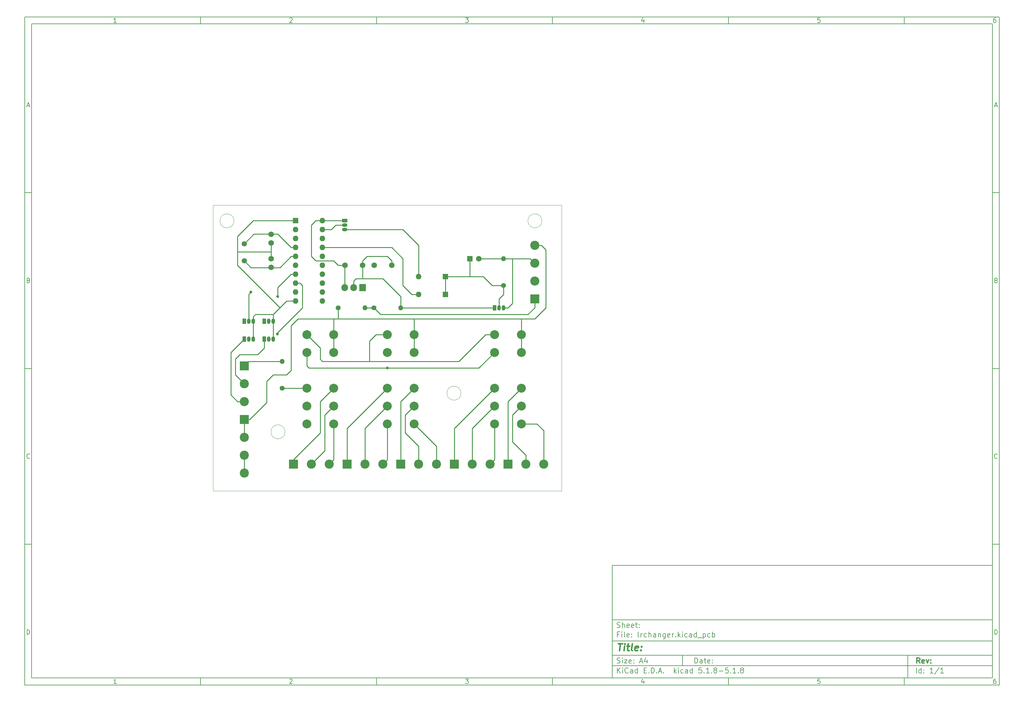
<source format=gbr>
%TF.GenerationSoftware,KiCad,Pcbnew,5.1.8-5.1.8*%
%TF.CreationDate,2021-02-08T23:37:39+01:00*%
%TF.ProjectId,lrchanger,6c726368-616e-4676-9572-2e6b69636164,rev?*%
%TF.SameCoordinates,Original*%
%TF.FileFunction,Copper,L2,Bot*%
%TF.FilePolarity,Positive*%
%FSLAX46Y46*%
G04 Gerber Fmt 4.6, Leading zero omitted, Abs format (unit mm)*
G04 Created by KiCad (PCBNEW 5.1.8-5.1.8) date 2021-02-08 23:37:39*
%MOMM*%
%LPD*%
G01*
G04 APERTURE LIST*
%ADD10C,0.100000*%
%ADD11C,0.150000*%
%ADD12C,0.300000*%
%ADD13C,0.400000*%
%TA.AperFunction,Profile*%
%ADD14C,0.050000*%
%TD*%
%TA.AperFunction,ComponentPad*%
%ADD15C,1.500000*%
%TD*%
%TA.AperFunction,ComponentPad*%
%ADD16O,1.400000X1.400000*%
%TD*%
%TA.AperFunction,ComponentPad*%
%ADD17C,1.400000*%
%TD*%
%TA.AperFunction,ComponentPad*%
%ADD18C,2.540000*%
%TD*%
%TA.AperFunction,ComponentPad*%
%ADD19C,2.600000*%
%TD*%
%TA.AperFunction,ComponentPad*%
%ADD20R,2.600000X2.600000*%
%TD*%
%TA.AperFunction,ComponentPad*%
%ADD21C,1.600000*%
%TD*%
%TA.AperFunction,ComponentPad*%
%ADD22R,1.600000X1.600000*%
%TD*%
%TA.AperFunction,ComponentPad*%
%ADD23O,1.600000X1.600000*%
%TD*%
%TA.AperFunction,ComponentPad*%
%ADD24R,1.050000X1.500000*%
%TD*%
%TA.AperFunction,ComponentPad*%
%ADD25O,1.050000X1.500000*%
%TD*%
%TA.AperFunction,ComponentPad*%
%ADD26O,1.905000X2.000000*%
%TD*%
%TA.AperFunction,ComponentPad*%
%ADD27R,1.905000X2.000000*%
%TD*%
%TA.AperFunction,ComponentPad*%
%ADD28R,1.500000X1.050000*%
%TD*%
%TA.AperFunction,ComponentPad*%
%ADD29O,1.500000X1.050000*%
%TD*%
%TA.AperFunction,ViaPad*%
%ADD30C,0.800000*%
%TD*%
%TA.AperFunction,Conductor*%
%ADD31C,0.250000*%
%TD*%
G04 APERTURE END LIST*
D10*
D11*
X177002200Y-166007200D02*
X177002200Y-198007200D01*
X285002200Y-198007200D01*
X285002200Y-166007200D01*
X177002200Y-166007200D01*
D10*
D11*
X10000000Y-10000000D02*
X10000000Y-200007200D01*
X287002200Y-200007200D01*
X287002200Y-10000000D01*
X10000000Y-10000000D01*
D10*
D11*
X12000000Y-12000000D02*
X12000000Y-198007200D01*
X285002200Y-198007200D01*
X285002200Y-12000000D01*
X12000000Y-12000000D01*
D10*
D11*
X60000000Y-12000000D02*
X60000000Y-10000000D01*
D10*
D11*
X110000000Y-12000000D02*
X110000000Y-10000000D01*
D10*
D11*
X160000000Y-12000000D02*
X160000000Y-10000000D01*
D10*
D11*
X210000000Y-12000000D02*
X210000000Y-10000000D01*
D10*
D11*
X260000000Y-12000000D02*
X260000000Y-10000000D01*
D10*
D11*
X36065476Y-11588095D02*
X35322619Y-11588095D01*
X35694047Y-11588095D02*
X35694047Y-10288095D01*
X35570238Y-10473809D01*
X35446428Y-10597619D01*
X35322619Y-10659523D01*
D10*
D11*
X85322619Y-10411904D02*
X85384523Y-10350000D01*
X85508333Y-10288095D01*
X85817857Y-10288095D01*
X85941666Y-10350000D01*
X86003571Y-10411904D01*
X86065476Y-10535714D01*
X86065476Y-10659523D01*
X86003571Y-10845238D01*
X85260714Y-11588095D01*
X86065476Y-11588095D01*
D10*
D11*
X135260714Y-10288095D02*
X136065476Y-10288095D01*
X135632142Y-10783333D01*
X135817857Y-10783333D01*
X135941666Y-10845238D01*
X136003571Y-10907142D01*
X136065476Y-11030952D01*
X136065476Y-11340476D01*
X136003571Y-11464285D01*
X135941666Y-11526190D01*
X135817857Y-11588095D01*
X135446428Y-11588095D01*
X135322619Y-11526190D01*
X135260714Y-11464285D01*
D10*
D11*
X185941666Y-10721428D02*
X185941666Y-11588095D01*
X185632142Y-10226190D02*
X185322619Y-11154761D01*
X186127380Y-11154761D01*
D10*
D11*
X236003571Y-10288095D02*
X235384523Y-10288095D01*
X235322619Y-10907142D01*
X235384523Y-10845238D01*
X235508333Y-10783333D01*
X235817857Y-10783333D01*
X235941666Y-10845238D01*
X236003571Y-10907142D01*
X236065476Y-11030952D01*
X236065476Y-11340476D01*
X236003571Y-11464285D01*
X235941666Y-11526190D01*
X235817857Y-11588095D01*
X235508333Y-11588095D01*
X235384523Y-11526190D01*
X235322619Y-11464285D01*
D10*
D11*
X285941666Y-10288095D02*
X285694047Y-10288095D01*
X285570238Y-10350000D01*
X285508333Y-10411904D01*
X285384523Y-10597619D01*
X285322619Y-10845238D01*
X285322619Y-11340476D01*
X285384523Y-11464285D01*
X285446428Y-11526190D01*
X285570238Y-11588095D01*
X285817857Y-11588095D01*
X285941666Y-11526190D01*
X286003571Y-11464285D01*
X286065476Y-11340476D01*
X286065476Y-11030952D01*
X286003571Y-10907142D01*
X285941666Y-10845238D01*
X285817857Y-10783333D01*
X285570238Y-10783333D01*
X285446428Y-10845238D01*
X285384523Y-10907142D01*
X285322619Y-11030952D01*
D10*
D11*
X60000000Y-198007200D02*
X60000000Y-200007200D01*
D10*
D11*
X110000000Y-198007200D02*
X110000000Y-200007200D01*
D10*
D11*
X160000000Y-198007200D02*
X160000000Y-200007200D01*
D10*
D11*
X210000000Y-198007200D02*
X210000000Y-200007200D01*
D10*
D11*
X260000000Y-198007200D02*
X260000000Y-200007200D01*
D10*
D11*
X36065476Y-199595295D02*
X35322619Y-199595295D01*
X35694047Y-199595295D02*
X35694047Y-198295295D01*
X35570238Y-198481009D01*
X35446428Y-198604819D01*
X35322619Y-198666723D01*
D10*
D11*
X85322619Y-198419104D02*
X85384523Y-198357200D01*
X85508333Y-198295295D01*
X85817857Y-198295295D01*
X85941666Y-198357200D01*
X86003571Y-198419104D01*
X86065476Y-198542914D01*
X86065476Y-198666723D01*
X86003571Y-198852438D01*
X85260714Y-199595295D01*
X86065476Y-199595295D01*
D10*
D11*
X135260714Y-198295295D02*
X136065476Y-198295295D01*
X135632142Y-198790533D01*
X135817857Y-198790533D01*
X135941666Y-198852438D01*
X136003571Y-198914342D01*
X136065476Y-199038152D01*
X136065476Y-199347676D01*
X136003571Y-199471485D01*
X135941666Y-199533390D01*
X135817857Y-199595295D01*
X135446428Y-199595295D01*
X135322619Y-199533390D01*
X135260714Y-199471485D01*
D10*
D11*
X185941666Y-198728628D02*
X185941666Y-199595295D01*
X185632142Y-198233390D02*
X185322619Y-199161961D01*
X186127380Y-199161961D01*
D10*
D11*
X236003571Y-198295295D02*
X235384523Y-198295295D01*
X235322619Y-198914342D01*
X235384523Y-198852438D01*
X235508333Y-198790533D01*
X235817857Y-198790533D01*
X235941666Y-198852438D01*
X236003571Y-198914342D01*
X236065476Y-199038152D01*
X236065476Y-199347676D01*
X236003571Y-199471485D01*
X235941666Y-199533390D01*
X235817857Y-199595295D01*
X235508333Y-199595295D01*
X235384523Y-199533390D01*
X235322619Y-199471485D01*
D10*
D11*
X285941666Y-198295295D02*
X285694047Y-198295295D01*
X285570238Y-198357200D01*
X285508333Y-198419104D01*
X285384523Y-198604819D01*
X285322619Y-198852438D01*
X285322619Y-199347676D01*
X285384523Y-199471485D01*
X285446428Y-199533390D01*
X285570238Y-199595295D01*
X285817857Y-199595295D01*
X285941666Y-199533390D01*
X286003571Y-199471485D01*
X286065476Y-199347676D01*
X286065476Y-199038152D01*
X286003571Y-198914342D01*
X285941666Y-198852438D01*
X285817857Y-198790533D01*
X285570238Y-198790533D01*
X285446428Y-198852438D01*
X285384523Y-198914342D01*
X285322619Y-199038152D01*
D10*
D11*
X10000000Y-60000000D02*
X12000000Y-60000000D01*
D10*
D11*
X10000000Y-110000000D02*
X12000000Y-110000000D01*
D10*
D11*
X10000000Y-160000000D02*
X12000000Y-160000000D01*
D10*
D11*
X10690476Y-35216666D02*
X11309523Y-35216666D01*
X10566666Y-35588095D02*
X11000000Y-34288095D01*
X11433333Y-35588095D01*
D10*
D11*
X11092857Y-84907142D02*
X11278571Y-84969047D01*
X11340476Y-85030952D01*
X11402380Y-85154761D01*
X11402380Y-85340476D01*
X11340476Y-85464285D01*
X11278571Y-85526190D01*
X11154761Y-85588095D01*
X10659523Y-85588095D01*
X10659523Y-84288095D01*
X11092857Y-84288095D01*
X11216666Y-84350000D01*
X11278571Y-84411904D01*
X11340476Y-84535714D01*
X11340476Y-84659523D01*
X11278571Y-84783333D01*
X11216666Y-84845238D01*
X11092857Y-84907142D01*
X10659523Y-84907142D01*
D10*
D11*
X11402380Y-135464285D02*
X11340476Y-135526190D01*
X11154761Y-135588095D01*
X11030952Y-135588095D01*
X10845238Y-135526190D01*
X10721428Y-135402380D01*
X10659523Y-135278571D01*
X10597619Y-135030952D01*
X10597619Y-134845238D01*
X10659523Y-134597619D01*
X10721428Y-134473809D01*
X10845238Y-134350000D01*
X11030952Y-134288095D01*
X11154761Y-134288095D01*
X11340476Y-134350000D01*
X11402380Y-134411904D01*
D10*
D11*
X10659523Y-185588095D02*
X10659523Y-184288095D01*
X10969047Y-184288095D01*
X11154761Y-184350000D01*
X11278571Y-184473809D01*
X11340476Y-184597619D01*
X11402380Y-184845238D01*
X11402380Y-185030952D01*
X11340476Y-185278571D01*
X11278571Y-185402380D01*
X11154761Y-185526190D01*
X10969047Y-185588095D01*
X10659523Y-185588095D01*
D10*
D11*
X287002200Y-60000000D02*
X285002200Y-60000000D01*
D10*
D11*
X287002200Y-110000000D02*
X285002200Y-110000000D01*
D10*
D11*
X287002200Y-160000000D02*
X285002200Y-160000000D01*
D10*
D11*
X285692676Y-35216666D02*
X286311723Y-35216666D01*
X285568866Y-35588095D02*
X286002200Y-34288095D01*
X286435533Y-35588095D01*
D10*
D11*
X286095057Y-84907142D02*
X286280771Y-84969047D01*
X286342676Y-85030952D01*
X286404580Y-85154761D01*
X286404580Y-85340476D01*
X286342676Y-85464285D01*
X286280771Y-85526190D01*
X286156961Y-85588095D01*
X285661723Y-85588095D01*
X285661723Y-84288095D01*
X286095057Y-84288095D01*
X286218866Y-84350000D01*
X286280771Y-84411904D01*
X286342676Y-84535714D01*
X286342676Y-84659523D01*
X286280771Y-84783333D01*
X286218866Y-84845238D01*
X286095057Y-84907142D01*
X285661723Y-84907142D01*
D10*
D11*
X286404580Y-135464285D02*
X286342676Y-135526190D01*
X286156961Y-135588095D01*
X286033152Y-135588095D01*
X285847438Y-135526190D01*
X285723628Y-135402380D01*
X285661723Y-135278571D01*
X285599819Y-135030952D01*
X285599819Y-134845238D01*
X285661723Y-134597619D01*
X285723628Y-134473809D01*
X285847438Y-134350000D01*
X286033152Y-134288095D01*
X286156961Y-134288095D01*
X286342676Y-134350000D01*
X286404580Y-134411904D01*
D10*
D11*
X285661723Y-185588095D02*
X285661723Y-184288095D01*
X285971247Y-184288095D01*
X286156961Y-184350000D01*
X286280771Y-184473809D01*
X286342676Y-184597619D01*
X286404580Y-184845238D01*
X286404580Y-185030952D01*
X286342676Y-185278571D01*
X286280771Y-185402380D01*
X286156961Y-185526190D01*
X285971247Y-185588095D01*
X285661723Y-185588095D01*
D10*
D11*
X200434342Y-193785771D02*
X200434342Y-192285771D01*
X200791485Y-192285771D01*
X201005771Y-192357200D01*
X201148628Y-192500057D01*
X201220057Y-192642914D01*
X201291485Y-192928628D01*
X201291485Y-193142914D01*
X201220057Y-193428628D01*
X201148628Y-193571485D01*
X201005771Y-193714342D01*
X200791485Y-193785771D01*
X200434342Y-193785771D01*
X202577200Y-193785771D02*
X202577200Y-193000057D01*
X202505771Y-192857200D01*
X202362914Y-192785771D01*
X202077200Y-192785771D01*
X201934342Y-192857200D01*
X202577200Y-193714342D02*
X202434342Y-193785771D01*
X202077200Y-193785771D01*
X201934342Y-193714342D01*
X201862914Y-193571485D01*
X201862914Y-193428628D01*
X201934342Y-193285771D01*
X202077200Y-193214342D01*
X202434342Y-193214342D01*
X202577200Y-193142914D01*
X203077200Y-192785771D02*
X203648628Y-192785771D01*
X203291485Y-192285771D02*
X203291485Y-193571485D01*
X203362914Y-193714342D01*
X203505771Y-193785771D01*
X203648628Y-193785771D01*
X204720057Y-193714342D02*
X204577200Y-193785771D01*
X204291485Y-193785771D01*
X204148628Y-193714342D01*
X204077200Y-193571485D01*
X204077200Y-193000057D01*
X204148628Y-192857200D01*
X204291485Y-192785771D01*
X204577200Y-192785771D01*
X204720057Y-192857200D01*
X204791485Y-193000057D01*
X204791485Y-193142914D01*
X204077200Y-193285771D01*
X205434342Y-193642914D02*
X205505771Y-193714342D01*
X205434342Y-193785771D01*
X205362914Y-193714342D01*
X205434342Y-193642914D01*
X205434342Y-193785771D01*
X205434342Y-192857200D02*
X205505771Y-192928628D01*
X205434342Y-193000057D01*
X205362914Y-192928628D01*
X205434342Y-192857200D01*
X205434342Y-193000057D01*
D10*
D11*
X177002200Y-194507200D02*
X285002200Y-194507200D01*
D10*
D11*
X178434342Y-196585771D02*
X178434342Y-195085771D01*
X179291485Y-196585771D02*
X178648628Y-195728628D01*
X179291485Y-195085771D02*
X178434342Y-195942914D01*
X179934342Y-196585771D02*
X179934342Y-195585771D01*
X179934342Y-195085771D02*
X179862914Y-195157200D01*
X179934342Y-195228628D01*
X180005771Y-195157200D01*
X179934342Y-195085771D01*
X179934342Y-195228628D01*
X181505771Y-196442914D02*
X181434342Y-196514342D01*
X181220057Y-196585771D01*
X181077200Y-196585771D01*
X180862914Y-196514342D01*
X180720057Y-196371485D01*
X180648628Y-196228628D01*
X180577200Y-195942914D01*
X180577200Y-195728628D01*
X180648628Y-195442914D01*
X180720057Y-195300057D01*
X180862914Y-195157200D01*
X181077200Y-195085771D01*
X181220057Y-195085771D01*
X181434342Y-195157200D01*
X181505771Y-195228628D01*
X182791485Y-196585771D02*
X182791485Y-195800057D01*
X182720057Y-195657200D01*
X182577200Y-195585771D01*
X182291485Y-195585771D01*
X182148628Y-195657200D01*
X182791485Y-196514342D02*
X182648628Y-196585771D01*
X182291485Y-196585771D01*
X182148628Y-196514342D01*
X182077200Y-196371485D01*
X182077200Y-196228628D01*
X182148628Y-196085771D01*
X182291485Y-196014342D01*
X182648628Y-196014342D01*
X182791485Y-195942914D01*
X184148628Y-196585771D02*
X184148628Y-195085771D01*
X184148628Y-196514342D02*
X184005771Y-196585771D01*
X183720057Y-196585771D01*
X183577200Y-196514342D01*
X183505771Y-196442914D01*
X183434342Y-196300057D01*
X183434342Y-195871485D01*
X183505771Y-195728628D01*
X183577200Y-195657200D01*
X183720057Y-195585771D01*
X184005771Y-195585771D01*
X184148628Y-195657200D01*
X186005771Y-195800057D02*
X186505771Y-195800057D01*
X186720057Y-196585771D02*
X186005771Y-196585771D01*
X186005771Y-195085771D01*
X186720057Y-195085771D01*
X187362914Y-196442914D02*
X187434342Y-196514342D01*
X187362914Y-196585771D01*
X187291485Y-196514342D01*
X187362914Y-196442914D01*
X187362914Y-196585771D01*
X188077200Y-196585771D02*
X188077200Y-195085771D01*
X188434342Y-195085771D01*
X188648628Y-195157200D01*
X188791485Y-195300057D01*
X188862914Y-195442914D01*
X188934342Y-195728628D01*
X188934342Y-195942914D01*
X188862914Y-196228628D01*
X188791485Y-196371485D01*
X188648628Y-196514342D01*
X188434342Y-196585771D01*
X188077200Y-196585771D01*
X189577200Y-196442914D02*
X189648628Y-196514342D01*
X189577200Y-196585771D01*
X189505771Y-196514342D01*
X189577200Y-196442914D01*
X189577200Y-196585771D01*
X190220057Y-196157200D02*
X190934342Y-196157200D01*
X190077200Y-196585771D02*
X190577200Y-195085771D01*
X191077200Y-196585771D01*
X191577200Y-196442914D02*
X191648628Y-196514342D01*
X191577200Y-196585771D01*
X191505771Y-196514342D01*
X191577200Y-196442914D01*
X191577200Y-196585771D01*
X194577200Y-196585771D02*
X194577200Y-195085771D01*
X194720057Y-196014342D02*
X195148628Y-196585771D01*
X195148628Y-195585771D02*
X194577200Y-196157200D01*
X195791485Y-196585771D02*
X195791485Y-195585771D01*
X195791485Y-195085771D02*
X195720057Y-195157200D01*
X195791485Y-195228628D01*
X195862914Y-195157200D01*
X195791485Y-195085771D01*
X195791485Y-195228628D01*
X197148628Y-196514342D02*
X197005771Y-196585771D01*
X196720057Y-196585771D01*
X196577200Y-196514342D01*
X196505771Y-196442914D01*
X196434342Y-196300057D01*
X196434342Y-195871485D01*
X196505771Y-195728628D01*
X196577200Y-195657200D01*
X196720057Y-195585771D01*
X197005771Y-195585771D01*
X197148628Y-195657200D01*
X198434342Y-196585771D02*
X198434342Y-195800057D01*
X198362914Y-195657200D01*
X198220057Y-195585771D01*
X197934342Y-195585771D01*
X197791485Y-195657200D01*
X198434342Y-196514342D02*
X198291485Y-196585771D01*
X197934342Y-196585771D01*
X197791485Y-196514342D01*
X197720057Y-196371485D01*
X197720057Y-196228628D01*
X197791485Y-196085771D01*
X197934342Y-196014342D01*
X198291485Y-196014342D01*
X198434342Y-195942914D01*
X199791485Y-196585771D02*
X199791485Y-195085771D01*
X199791485Y-196514342D02*
X199648628Y-196585771D01*
X199362914Y-196585771D01*
X199220057Y-196514342D01*
X199148628Y-196442914D01*
X199077200Y-196300057D01*
X199077200Y-195871485D01*
X199148628Y-195728628D01*
X199220057Y-195657200D01*
X199362914Y-195585771D01*
X199648628Y-195585771D01*
X199791485Y-195657200D01*
X202362914Y-195085771D02*
X201648628Y-195085771D01*
X201577200Y-195800057D01*
X201648628Y-195728628D01*
X201791485Y-195657200D01*
X202148628Y-195657200D01*
X202291485Y-195728628D01*
X202362914Y-195800057D01*
X202434342Y-195942914D01*
X202434342Y-196300057D01*
X202362914Y-196442914D01*
X202291485Y-196514342D01*
X202148628Y-196585771D01*
X201791485Y-196585771D01*
X201648628Y-196514342D01*
X201577200Y-196442914D01*
X203077200Y-196442914D02*
X203148628Y-196514342D01*
X203077200Y-196585771D01*
X203005771Y-196514342D01*
X203077200Y-196442914D01*
X203077200Y-196585771D01*
X204577200Y-196585771D02*
X203720057Y-196585771D01*
X204148628Y-196585771D02*
X204148628Y-195085771D01*
X204005771Y-195300057D01*
X203862914Y-195442914D01*
X203720057Y-195514342D01*
X205220057Y-196442914D02*
X205291485Y-196514342D01*
X205220057Y-196585771D01*
X205148628Y-196514342D01*
X205220057Y-196442914D01*
X205220057Y-196585771D01*
X206148628Y-195728628D02*
X206005771Y-195657200D01*
X205934342Y-195585771D01*
X205862914Y-195442914D01*
X205862914Y-195371485D01*
X205934342Y-195228628D01*
X206005771Y-195157200D01*
X206148628Y-195085771D01*
X206434342Y-195085771D01*
X206577200Y-195157200D01*
X206648628Y-195228628D01*
X206720057Y-195371485D01*
X206720057Y-195442914D01*
X206648628Y-195585771D01*
X206577200Y-195657200D01*
X206434342Y-195728628D01*
X206148628Y-195728628D01*
X206005771Y-195800057D01*
X205934342Y-195871485D01*
X205862914Y-196014342D01*
X205862914Y-196300057D01*
X205934342Y-196442914D01*
X206005771Y-196514342D01*
X206148628Y-196585771D01*
X206434342Y-196585771D01*
X206577200Y-196514342D01*
X206648628Y-196442914D01*
X206720057Y-196300057D01*
X206720057Y-196014342D01*
X206648628Y-195871485D01*
X206577200Y-195800057D01*
X206434342Y-195728628D01*
X207362914Y-196014342D02*
X208505771Y-196014342D01*
X209934342Y-195085771D02*
X209220057Y-195085771D01*
X209148628Y-195800057D01*
X209220057Y-195728628D01*
X209362914Y-195657200D01*
X209720057Y-195657200D01*
X209862914Y-195728628D01*
X209934342Y-195800057D01*
X210005771Y-195942914D01*
X210005771Y-196300057D01*
X209934342Y-196442914D01*
X209862914Y-196514342D01*
X209720057Y-196585771D01*
X209362914Y-196585771D01*
X209220057Y-196514342D01*
X209148628Y-196442914D01*
X210648628Y-196442914D02*
X210720057Y-196514342D01*
X210648628Y-196585771D01*
X210577200Y-196514342D01*
X210648628Y-196442914D01*
X210648628Y-196585771D01*
X212148628Y-196585771D02*
X211291485Y-196585771D01*
X211720057Y-196585771D02*
X211720057Y-195085771D01*
X211577200Y-195300057D01*
X211434342Y-195442914D01*
X211291485Y-195514342D01*
X212791485Y-196442914D02*
X212862914Y-196514342D01*
X212791485Y-196585771D01*
X212720057Y-196514342D01*
X212791485Y-196442914D01*
X212791485Y-196585771D01*
X213720057Y-195728628D02*
X213577200Y-195657200D01*
X213505771Y-195585771D01*
X213434342Y-195442914D01*
X213434342Y-195371485D01*
X213505771Y-195228628D01*
X213577200Y-195157200D01*
X213720057Y-195085771D01*
X214005771Y-195085771D01*
X214148628Y-195157200D01*
X214220057Y-195228628D01*
X214291485Y-195371485D01*
X214291485Y-195442914D01*
X214220057Y-195585771D01*
X214148628Y-195657200D01*
X214005771Y-195728628D01*
X213720057Y-195728628D01*
X213577200Y-195800057D01*
X213505771Y-195871485D01*
X213434342Y-196014342D01*
X213434342Y-196300057D01*
X213505771Y-196442914D01*
X213577200Y-196514342D01*
X213720057Y-196585771D01*
X214005771Y-196585771D01*
X214148628Y-196514342D01*
X214220057Y-196442914D01*
X214291485Y-196300057D01*
X214291485Y-196014342D01*
X214220057Y-195871485D01*
X214148628Y-195800057D01*
X214005771Y-195728628D01*
D10*
D11*
X177002200Y-191507200D02*
X285002200Y-191507200D01*
D10*
D12*
X264411485Y-193785771D02*
X263911485Y-193071485D01*
X263554342Y-193785771D02*
X263554342Y-192285771D01*
X264125771Y-192285771D01*
X264268628Y-192357200D01*
X264340057Y-192428628D01*
X264411485Y-192571485D01*
X264411485Y-192785771D01*
X264340057Y-192928628D01*
X264268628Y-193000057D01*
X264125771Y-193071485D01*
X263554342Y-193071485D01*
X265625771Y-193714342D02*
X265482914Y-193785771D01*
X265197200Y-193785771D01*
X265054342Y-193714342D01*
X264982914Y-193571485D01*
X264982914Y-193000057D01*
X265054342Y-192857200D01*
X265197200Y-192785771D01*
X265482914Y-192785771D01*
X265625771Y-192857200D01*
X265697200Y-193000057D01*
X265697200Y-193142914D01*
X264982914Y-193285771D01*
X266197200Y-192785771D02*
X266554342Y-193785771D01*
X266911485Y-192785771D01*
X267482914Y-193642914D02*
X267554342Y-193714342D01*
X267482914Y-193785771D01*
X267411485Y-193714342D01*
X267482914Y-193642914D01*
X267482914Y-193785771D01*
X267482914Y-192857200D02*
X267554342Y-192928628D01*
X267482914Y-193000057D01*
X267411485Y-192928628D01*
X267482914Y-192857200D01*
X267482914Y-193000057D01*
D10*
D11*
X178362914Y-193714342D02*
X178577200Y-193785771D01*
X178934342Y-193785771D01*
X179077200Y-193714342D01*
X179148628Y-193642914D01*
X179220057Y-193500057D01*
X179220057Y-193357200D01*
X179148628Y-193214342D01*
X179077200Y-193142914D01*
X178934342Y-193071485D01*
X178648628Y-193000057D01*
X178505771Y-192928628D01*
X178434342Y-192857200D01*
X178362914Y-192714342D01*
X178362914Y-192571485D01*
X178434342Y-192428628D01*
X178505771Y-192357200D01*
X178648628Y-192285771D01*
X179005771Y-192285771D01*
X179220057Y-192357200D01*
X179862914Y-193785771D02*
X179862914Y-192785771D01*
X179862914Y-192285771D02*
X179791485Y-192357200D01*
X179862914Y-192428628D01*
X179934342Y-192357200D01*
X179862914Y-192285771D01*
X179862914Y-192428628D01*
X180434342Y-192785771D02*
X181220057Y-192785771D01*
X180434342Y-193785771D01*
X181220057Y-193785771D01*
X182362914Y-193714342D02*
X182220057Y-193785771D01*
X181934342Y-193785771D01*
X181791485Y-193714342D01*
X181720057Y-193571485D01*
X181720057Y-193000057D01*
X181791485Y-192857200D01*
X181934342Y-192785771D01*
X182220057Y-192785771D01*
X182362914Y-192857200D01*
X182434342Y-193000057D01*
X182434342Y-193142914D01*
X181720057Y-193285771D01*
X183077200Y-193642914D02*
X183148628Y-193714342D01*
X183077200Y-193785771D01*
X183005771Y-193714342D01*
X183077200Y-193642914D01*
X183077200Y-193785771D01*
X183077200Y-192857200D02*
X183148628Y-192928628D01*
X183077200Y-193000057D01*
X183005771Y-192928628D01*
X183077200Y-192857200D01*
X183077200Y-193000057D01*
X184862914Y-193357200D02*
X185577200Y-193357200D01*
X184720057Y-193785771D02*
X185220057Y-192285771D01*
X185720057Y-193785771D01*
X186862914Y-192785771D02*
X186862914Y-193785771D01*
X186505771Y-192214342D02*
X186148628Y-193285771D01*
X187077200Y-193285771D01*
D10*
D11*
X263434342Y-196585771D02*
X263434342Y-195085771D01*
X264791485Y-196585771D02*
X264791485Y-195085771D01*
X264791485Y-196514342D02*
X264648628Y-196585771D01*
X264362914Y-196585771D01*
X264220057Y-196514342D01*
X264148628Y-196442914D01*
X264077200Y-196300057D01*
X264077200Y-195871485D01*
X264148628Y-195728628D01*
X264220057Y-195657200D01*
X264362914Y-195585771D01*
X264648628Y-195585771D01*
X264791485Y-195657200D01*
X265505771Y-196442914D02*
X265577200Y-196514342D01*
X265505771Y-196585771D01*
X265434342Y-196514342D01*
X265505771Y-196442914D01*
X265505771Y-196585771D01*
X265505771Y-195657200D02*
X265577200Y-195728628D01*
X265505771Y-195800057D01*
X265434342Y-195728628D01*
X265505771Y-195657200D01*
X265505771Y-195800057D01*
X268148628Y-196585771D02*
X267291485Y-196585771D01*
X267720057Y-196585771D02*
X267720057Y-195085771D01*
X267577200Y-195300057D01*
X267434342Y-195442914D01*
X267291485Y-195514342D01*
X269862914Y-195014342D02*
X268577200Y-196942914D01*
X271148628Y-196585771D02*
X270291485Y-196585771D01*
X270720057Y-196585771D02*
X270720057Y-195085771D01*
X270577200Y-195300057D01*
X270434342Y-195442914D01*
X270291485Y-195514342D01*
D10*
D11*
X177002200Y-187507200D02*
X285002200Y-187507200D01*
D10*
D13*
X178714580Y-188211961D02*
X179857438Y-188211961D01*
X179036009Y-190211961D02*
X179286009Y-188211961D01*
X180274104Y-190211961D02*
X180440771Y-188878628D01*
X180524104Y-188211961D02*
X180416961Y-188307200D01*
X180500295Y-188402438D01*
X180607438Y-188307200D01*
X180524104Y-188211961D01*
X180500295Y-188402438D01*
X181107438Y-188878628D02*
X181869342Y-188878628D01*
X181476485Y-188211961D02*
X181262200Y-189926247D01*
X181333628Y-190116723D01*
X181512200Y-190211961D01*
X181702676Y-190211961D01*
X182655057Y-190211961D02*
X182476485Y-190116723D01*
X182405057Y-189926247D01*
X182619342Y-188211961D01*
X184190771Y-190116723D02*
X183988390Y-190211961D01*
X183607438Y-190211961D01*
X183428866Y-190116723D01*
X183357438Y-189926247D01*
X183452676Y-189164342D01*
X183571723Y-188973866D01*
X183774104Y-188878628D01*
X184155057Y-188878628D01*
X184333628Y-188973866D01*
X184405057Y-189164342D01*
X184381247Y-189354819D01*
X183405057Y-189545295D01*
X185155057Y-190021485D02*
X185238390Y-190116723D01*
X185131247Y-190211961D01*
X185047914Y-190116723D01*
X185155057Y-190021485D01*
X185131247Y-190211961D01*
X185286009Y-188973866D02*
X185369342Y-189069104D01*
X185262200Y-189164342D01*
X185178866Y-189069104D01*
X185286009Y-188973866D01*
X185262200Y-189164342D01*
D10*
D11*
X178934342Y-185600057D02*
X178434342Y-185600057D01*
X178434342Y-186385771D02*
X178434342Y-184885771D01*
X179148628Y-184885771D01*
X179720057Y-186385771D02*
X179720057Y-185385771D01*
X179720057Y-184885771D02*
X179648628Y-184957200D01*
X179720057Y-185028628D01*
X179791485Y-184957200D01*
X179720057Y-184885771D01*
X179720057Y-185028628D01*
X180648628Y-186385771D02*
X180505771Y-186314342D01*
X180434342Y-186171485D01*
X180434342Y-184885771D01*
X181791485Y-186314342D02*
X181648628Y-186385771D01*
X181362914Y-186385771D01*
X181220057Y-186314342D01*
X181148628Y-186171485D01*
X181148628Y-185600057D01*
X181220057Y-185457200D01*
X181362914Y-185385771D01*
X181648628Y-185385771D01*
X181791485Y-185457200D01*
X181862914Y-185600057D01*
X181862914Y-185742914D01*
X181148628Y-185885771D01*
X182505771Y-186242914D02*
X182577200Y-186314342D01*
X182505771Y-186385771D01*
X182434342Y-186314342D01*
X182505771Y-186242914D01*
X182505771Y-186385771D01*
X182505771Y-185457200D02*
X182577200Y-185528628D01*
X182505771Y-185600057D01*
X182434342Y-185528628D01*
X182505771Y-185457200D01*
X182505771Y-185600057D01*
X184577200Y-186385771D02*
X184434342Y-186314342D01*
X184362914Y-186171485D01*
X184362914Y-184885771D01*
X185148628Y-186385771D02*
X185148628Y-185385771D01*
X185148628Y-185671485D02*
X185220057Y-185528628D01*
X185291485Y-185457200D01*
X185434342Y-185385771D01*
X185577200Y-185385771D01*
X186720057Y-186314342D02*
X186577200Y-186385771D01*
X186291485Y-186385771D01*
X186148628Y-186314342D01*
X186077200Y-186242914D01*
X186005771Y-186100057D01*
X186005771Y-185671485D01*
X186077200Y-185528628D01*
X186148628Y-185457200D01*
X186291485Y-185385771D01*
X186577200Y-185385771D01*
X186720057Y-185457200D01*
X187362914Y-186385771D02*
X187362914Y-184885771D01*
X188005771Y-186385771D02*
X188005771Y-185600057D01*
X187934342Y-185457200D01*
X187791485Y-185385771D01*
X187577200Y-185385771D01*
X187434342Y-185457200D01*
X187362914Y-185528628D01*
X189362914Y-186385771D02*
X189362914Y-185600057D01*
X189291485Y-185457200D01*
X189148628Y-185385771D01*
X188862914Y-185385771D01*
X188720057Y-185457200D01*
X189362914Y-186314342D02*
X189220057Y-186385771D01*
X188862914Y-186385771D01*
X188720057Y-186314342D01*
X188648628Y-186171485D01*
X188648628Y-186028628D01*
X188720057Y-185885771D01*
X188862914Y-185814342D01*
X189220057Y-185814342D01*
X189362914Y-185742914D01*
X190077200Y-185385771D02*
X190077200Y-186385771D01*
X190077200Y-185528628D02*
X190148628Y-185457200D01*
X190291485Y-185385771D01*
X190505771Y-185385771D01*
X190648628Y-185457200D01*
X190720057Y-185600057D01*
X190720057Y-186385771D01*
X192077200Y-185385771D02*
X192077200Y-186600057D01*
X192005771Y-186742914D01*
X191934342Y-186814342D01*
X191791485Y-186885771D01*
X191577200Y-186885771D01*
X191434342Y-186814342D01*
X192077200Y-186314342D02*
X191934342Y-186385771D01*
X191648628Y-186385771D01*
X191505771Y-186314342D01*
X191434342Y-186242914D01*
X191362914Y-186100057D01*
X191362914Y-185671485D01*
X191434342Y-185528628D01*
X191505771Y-185457200D01*
X191648628Y-185385771D01*
X191934342Y-185385771D01*
X192077200Y-185457200D01*
X193362914Y-186314342D02*
X193220057Y-186385771D01*
X192934342Y-186385771D01*
X192791485Y-186314342D01*
X192720057Y-186171485D01*
X192720057Y-185600057D01*
X192791485Y-185457200D01*
X192934342Y-185385771D01*
X193220057Y-185385771D01*
X193362914Y-185457200D01*
X193434342Y-185600057D01*
X193434342Y-185742914D01*
X192720057Y-185885771D01*
X194077200Y-186385771D02*
X194077200Y-185385771D01*
X194077200Y-185671485D02*
X194148628Y-185528628D01*
X194220057Y-185457200D01*
X194362914Y-185385771D01*
X194505771Y-185385771D01*
X195005771Y-186242914D02*
X195077200Y-186314342D01*
X195005771Y-186385771D01*
X194934342Y-186314342D01*
X195005771Y-186242914D01*
X195005771Y-186385771D01*
X195720057Y-186385771D02*
X195720057Y-184885771D01*
X195862914Y-185814342D02*
X196291485Y-186385771D01*
X196291485Y-185385771D02*
X195720057Y-185957200D01*
X196934342Y-186385771D02*
X196934342Y-185385771D01*
X196934342Y-184885771D02*
X196862914Y-184957200D01*
X196934342Y-185028628D01*
X197005771Y-184957200D01*
X196934342Y-184885771D01*
X196934342Y-185028628D01*
X198291485Y-186314342D02*
X198148628Y-186385771D01*
X197862914Y-186385771D01*
X197720057Y-186314342D01*
X197648628Y-186242914D01*
X197577200Y-186100057D01*
X197577200Y-185671485D01*
X197648628Y-185528628D01*
X197720057Y-185457200D01*
X197862914Y-185385771D01*
X198148628Y-185385771D01*
X198291485Y-185457200D01*
X199577200Y-186385771D02*
X199577200Y-185600057D01*
X199505771Y-185457200D01*
X199362914Y-185385771D01*
X199077200Y-185385771D01*
X198934342Y-185457200D01*
X199577200Y-186314342D02*
X199434342Y-186385771D01*
X199077200Y-186385771D01*
X198934342Y-186314342D01*
X198862914Y-186171485D01*
X198862914Y-186028628D01*
X198934342Y-185885771D01*
X199077200Y-185814342D01*
X199434342Y-185814342D01*
X199577200Y-185742914D01*
X200934342Y-186385771D02*
X200934342Y-184885771D01*
X200934342Y-186314342D02*
X200791485Y-186385771D01*
X200505771Y-186385771D01*
X200362914Y-186314342D01*
X200291485Y-186242914D01*
X200220057Y-186100057D01*
X200220057Y-185671485D01*
X200291485Y-185528628D01*
X200362914Y-185457200D01*
X200505771Y-185385771D01*
X200791485Y-185385771D01*
X200934342Y-185457200D01*
X201291485Y-186528628D02*
X202434342Y-186528628D01*
X202791485Y-185385771D02*
X202791485Y-186885771D01*
X202791485Y-185457200D02*
X202934342Y-185385771D01*
X203220057Y-185385771D01*
X203362914Y-185457200D01*
X203434342Y-185528628D01*
X203505771Y-185671485D01*
X203505771Y-186100057D01*
X203434342Y-186242914D01*
X203362914Y-186314342D01*
X203220057Y-186385771D01*
X202934342Y-186385771D01*
X202791485Y-186314342D01*
X204791485Y-186314342D02*
X204648628Y-186385771D01*
X204362914Y-186385771D01*
X204220057Y-186314342D01*
X204148628Y-186242914D01*
X204077200Y-186100057D01*
X204077200Y-185671485D01*
X204148628Y-185528628D01*
X204220057Y-185457200D01*
X204362914Y-185385771D01*
X204648628Y-185385771D01*
X204791485Y-185457200D01*
X205434342Y-186385771D02*
X205434342Y-184885771D01*
X205434342Y-185457200D02*
X205577200Y-185385771D01*
X205862914Y-185385771D01*
X206005771Y-185457200D01*
X206077200Y-185528628D01*
X206148628Y-185671485D01*
X206148628Y-186100057D01*
X206077200Y-186242914D01*
X206005771Y-186314342D01*
X205862914Y-186385771D01*
X205577200Y-186385771D01*
X205434342Y-186314342D01*
D10*
D11*
X177002200Y-181507200D02*
X285002200Y-181507200D01*
D10*
D11*
X178362914Y-183614342D02*
X178577200Y-183685771D01*
X178934342Y-183685771D01*
X179077200Y-183614342D01*
X179148628Y-183542914D01*
X179220057Y-183400057D01*
X179220057Y-183257200D01*
X179148628Y-183114342D01*
X179077200Y-183042914D01*
X178934342Y-182971485D01*
X178648628Y-182900057D01*
X178505771Y-182828628D01*
X178434342Y-182757200D01*
X178362914Y-182614342D01*
X178362914Y-182471485D01*
X178434342Y-182328628D01*
X178505771Y-182257200D01*
X178648628Y-182185771D01*
X179005771Y-182185771D01*
X179220057Y-182257200D01*
X179862914Y-183685771D02*
X179862914Y-182185771D01*
X180505771Y-183685771D02*
X180505771Y-182900057D01*
X180434342Y-182757200D01*
X180291485Y-182685771D01*
X180077200Y-182685771D01*
X179934342Y-182757200D01*
X179862914Y-182828628D01*
X181791485Y-183614342D02*
X181648628Y-183685771D01*
X181362914Y-183685771D01*
X181220057Y-183614342D01*
X181148628Y-183471485D01*
X181148628Y-182900057D01*
X181220057Y-182757200D01*
X181362914Y-182685771D01*
X181648628Y-182685771D01*
X181791485Y-182757200D01*
X181862914Y-182900057D01*
X181862914Y-183042914D01*
X181148628Y-183185771D01*
X183077200Y-183614342D02*
X182934342Y-183685771D01*
X182648628Y-183685771D01*
X182505771Y-183614342D01*
X182434342Y-183471485D01*
X182434342Y-182900057D01*
X182505771Y-182757200D01*
X182648628Y-182685771D01*
X182934342Y-182685771D01*
X183077200Y-182757200D01*
X183148628Y-182900057D01*
X183148628Y-183042914D01*
X182434342Y-183185771D01*
X183577200Y-182685771D02*
X184148628Y-182685771D01*
X183791485Y-182185771D02*
X183791485Y-183471485D01*
X183862914Y-183614342D01*
X184005771Y-183685771D01*
X184148628Y-183685771D01*
X184648628Y-183542914D02*
X184720057Y-183614342D01*
X184648628Y-183685771D01*
X184577200Y-183614342D01*
X184648628Y-183542914D01*
X184648628Y-183685771D01*
X184648628Y-182757200D02*
X184720057Y-182828628D01*
X184648628Y-182900057D01*
X184577200Y-182828628D01*
X184648628Y-182757200D01*
X184648628Y-182900057D01*
D10*
D11*
X197002200Y-191507200D02*
X197002200Y-194507200D01*
D10*
D11*
X261002200Y-191507200D02*
X261002200Y-198007200D01*
D14*
X84000000Y-128000000D02*
G75*
G03*
X84000000Y-128000000I-2000000J0D01*
G01*
X134000000Y-117000000D02*
G75*
G03*
X134000000Y-117000000I-2000000J0D01*
G01*
X157000000Y-68000000D02*
G75*
G03*
X157000000Y-68000000I-2000000J0D01*
G01*
X69500000Y-68000000D02*
G75*
G03*
X69500000Y-68000000I-2000000J0D01*
G01*
X63500000Y-144780000D02*
X63500000Y-63500000D01*
X162560000Y-144780000D02*
X63500000Y-144780000D01*
X162560000Y-63500000D02*
X162560000Y-144780000D01*
X63500000Y-63500000D02*
X162560000Y-63500000D01*
D15*
%TO.P,Y1,2*%
%TO.N,Net-(C2-Pad1)*%
X72390000Y-74495000D03*
%TO.P,Y1,1*%
%TO.N,Net-(C1-Pad1)*%
X72390000Y-79375000D03*
%TD*%
D16*
%TO.P,R4,2*%
%TO.N,Net-(J2-Pad1)*%
X83185000Y-107950000D03*
D17*
%TO.P,R4,1*%
%TO.N,VCC*%
X83185000Y-115570000D03*
%TD*%
D16*
%TO.P,R3,2*%
%TO.N,GNDPWR*%
X146050000Y-78740000D03*
D17*
%TO.P,R3,1*%
%TO.N,Net-(C3-Pad1)*%
X146050000Y-86360000D03*
%TD*%
D16*
%TO.P,R2,2*%
%TO.N,GND*%
X116840000Y-92710000D03*
D17*
%TO.P,R2,1*%
%TO.N,INPUT_A*%
X109220000Y-92710000D03*
%TD*%
D16*
%TO.P,R1,2*%
%TO.N,INPUT_A*%
X106680000Y-92710000D03*
D17*
%TO.P,R1,1*%
%TO.N,+12V*%
X99060000Y-92710000D03*
%TD*%
D18*
%TO.P,K3,1*%
%TO.N,BT_COIL*%
X143510000Y-100330000D03*
%TO.P,K3,2*%
%TO.N,CH_COIL*%
X143510000Y-105410000D03*
%TO.P,K3,3*%
%TO.N,BT_Left+*%
X143510000Y-115570000D03*
%TO.P,K3,4*%
%TO.N,Left+_Re*%
X143510000Y-120650000D03*
%TO.P,K3,5*%
%TO.N,CH_Left+*%
X143510000Y-125730000D03*
%TO.P,K3,6*%
%TO.N,CH_Left-*%
X151130000Y-125730000D03*
%TO.P,K3,7*%
%TO.N,Left-_Green*%
X151130000Y-120650000D03*
%TO.P,K3,8*%
%TO.N,BT_Left-*%
X151130000Y-115570000D03*
%TO.P,K3,9*%
%TO.N,+12V*%
X151130000Y-105410000D03*
%TO.P,K3,10*%
X151130000Y-100330000D03*
%TD*%
%TO.P,K2,1*%
%TO.N,BT_COIL*%
X113030000Y-100330000D03*
%TO.P,K2,2*%
%TO.N,CH_COIL*%
X113030000Y-105410000D03*
%TO.P,K2,3*%
%TO.N,BT_Right+*%
X113030000Y-115570000D03*
%TO.P,K2,4*%
%TO.N,Right+_Wt*%
X113030000Y-120650000D03*
%TO.P,K2,5*%
%TO.N,CH_Right+*%
X113030000Y-125730000D03*
%TO.P,K2,6*%
%TO.N,CH_Right-*%
X120650000Y-125730000D03*
%TO.P,K2,7*%
%TO.N,Right-_Bk*%
X120650000Y-120650000D03*
%TO.P,K2,8*%
%TO.N,BT_Right-*%
X120650000Y-115570000D03*
%TO.P,K2,9*%
%TO.N,+12V*%
X120650000Y-105410000D03*
%TO.P,K2,10*%
X120650000Y-100330000D03*
%TD*%
%TO.P,K1,1*%
%TO.N,BT_COIL*%
X90170000Y-100330000D03*
%TO.P,K1,2*%
%TO.N,CH_COIL*%
X90170000Y-105410000D03*
%TO.P,K1,3*%
%TO.N,VCC*%
X90170000Y-115570000D03*
%TO.P,K1,4*%
%TO.N,COIL_STATE*%
X90170000Y-120650000D03*
%TO.P,K1,5*%
%TO.N,GND*%
X90170000Y-125730000D03*
%TO.P,K1,6*%
%TO.N,CH_Ibus*%
X97790000Y-125730000D03*
%TO.P,K1,7*%
%TO.N,Ibus_Grey*%
X97790000Y-120650000D03*
%TO.P,K1,8*%
%TO.N,BT_Ibus*%
X97790000Y-115570000D03*
%TO.P,K1,9*%
%TO.N,+12V*%
X97790000Y-105410000D03*
%TO.P,K1,10*%
X97790000Y-100330000D03*
%TD*%
D19*
%TO.P,J8,4*%
%TO.N,AudioGND*%
X72390000Y-139700000D03*
%TO.P,J8,3*%
X72390000Y-134620000D03*
%TO.P,J8,2*%
%TO.N,+12V*%
X72390000Y-129540000D03*
D20*
%TO.P,J8,1*%
X72390000Y-124460000D03*
%TD*%
D19*
%TO.P,J7,3*%
%TO.N,CH_Left-*%
X157480000Y-137160000D03*
%TO.P,J7,2*%
%TO.N,Left-_Green*%
X152400000Y-137160000D03*
D20*
%TO.P,J7,1*%
%TO.N,BT_Left-*%
X147320000Y-137160000D03*
%TD*%
D19*
%TO.P,J6,3*%
%TO.N,CH_Left+*%
X142240000Y-137160000D03*
%TO.P,J6,2*%
%TO.N,Left+_Re*%
X137160000Y-137160000D03*
D20*
%TO.P,J6,1*%
%TO.N,BT_Left+*%
X132080000Y-137160000D03*
%TD*%
D19*
%TO.P,J5,3*%
%TO.N,CH_Right-*%
X127000000Y-137160000D03*
%TO.P,J5,2*%
%TO.N,Right-_Bk*%
X121920000Y-137160000D03*
D20*
%TO.P,J5,1*%
%TO.N,BT_Right-*%
X116840000Y-137160000D03*
%TD*%
D19*
%TO.P,J4,3*%
%TO.N,CH_Right+*%
X111760000Y-137160000D03*
%TO.P,J4,2*%
%TO.N,Right+_Wt*%
X106680000Y-137160000D03*
D20*
%TO.P,J4,1*%
%TO.N,BT_Right+*%
X101600000Y-137160000D03*
%TD*%
D19*
%TO.P,J3,3*%
%TO.N,CH_Ibus*%
X96520000Y-137160000D03*
%TO.P,J3,2*%
%TO.N,Ibus_Grey*%
X91440000Y-137160000D03*
D20*
%TO.P,J3,1*%
%TO.N,BT_Ibus*%
X86360000Y-137160000D03*
%TD*%
D19*
%TO.P,J2,3*%
%TO.N,Net-(J2-Pad3)*%
X72390000Y-119380000D03*
%TO.P,J2,2*%
%TO.N,Net-(J2-Pad2)*%
X72390000Y-114300000D03*
D20*
%TO.P,J2,1*%
%TO.N,Net-(J2-Pad1)*%
X72390000Y-109220000D03*
%TD*%
D19*
%TO.P,J1,4*%
%TO.N,+12V*%
X154940000Y-74930000D03*
%TO.P,J1,3*%
%TO.N,GNDPWR*%
X154940000Y-80010000D03*
%TO.P,J1,2*%
%TO.N,INPUT_B*%
X154940000Y-85090000D03*
D20*
%TO.P,J1,1*%
%TO.N,INPUT_A*%
X154940000Y-90170000D03*
%TD*%
D21*
%TO.P,C5,2*%
%TO.N,GND*%
X114300000Y-80645000D03*
%TO.P,C5,1*%
%TO.N,+12V*%
X109300000Y-80645000D03*
%TD*%
%TO.P,C4,2*%
%TO.N,GND*%
X106045000Y-80645000D03*
%TO.P,C4,1*%
%TO.N,VCC*%
X101045000Y-80645000D03*
%TD*%
%TO.P,C3,2*%
%TO.N,GNDPWR*%
X139025000Y-78740000D03*
D22*
%TO.P,C3,1*%
%TO.N,Net-(C3-Pad1)*%
X136525000Y-78740000D03*
%TD*%
D21*
%TO.P,C2,2*%
%TO.N,GND*%
X80010000Y-74295000D03*
%TO.P,C2,1*%
%TO.N,Net-(C2-Pad1)*%
X80010000Y-71795000D03*
%TD*%
%TO.P,C1,2*%
%TO.N,GND*%
X80010000Y-78740000D03*
%TO.P,C1,1*%
%TO.N,Net-(C1-Pad1)*%
X80010000Y-81240000D03*
%TD*%
D23*
%TO.P,U1,20*%
%TO.N,VCC*%
X94615000Y-67945000D03*
%TO.P,U1,10*%
%TO.N,GND*%
X86995000Y-90805000D03*
%TO.P,U1,19*%
%TO.N,Net-(Q2-Pad2)*%
X94615000Y-70485000D03*
%TO.P,U1,9*%
%TO.N,UI_BLUETOOTH*%
X86995000Y-88265000D03*
%TO.P,U1,18*%
%TO.N,Net-(U1-Pad18)*%
X94615000Y-73025000D03*
%TO.P,U1,8*%
%TO.N,UI_CHANGER*%
X86995000Y-85725000D03*
%TO.P,U1,17*%
%TO.N,INPUT_B*%
X94615000Y-75565000D03*
%TO.P,U1,7*%
%TO.N,Net-(Q4-Pad2)*%
X86995000Y-83185000D03*
%TO.P,U1,16*%
%TO.N,Net-(U1-Pad16)*%
X94615000Y-78105000D03*
%TO.P,U1,6*%
%TO.N,Net-(Q3-Pad2)*%
X86995000Y-80645000D03*
%TO.P,U1,15*%
%TO.N,Net-(U1-Pad15)*%
X94615000Y-80645000D03*
%TO.P,U1,5*%
%TO.N,Net-(C1-Pad1)*%
X86995000Y-78105000D03*
%TO.P,U1,14*%
%TO.N,COIL_STATE*%
X94615000Y-83185000D03*
%TO.P,U1,4*%
%TO.N,Net-(C2-Pad1)*%
X86995000Y-75565000D03*
%TO.P,U1,13*%
%TO.N,Net-(U1-Pad13)*%
X94615000Y-85725000D03*
%TO.P,U1,3*%
%TO.N,Net-(U1-Pad3)*%
X86995000Y-73025000D03*
%TO.P,U1,12*%
%TO.N,Net-(U1-Pad12)*%
X94615000Y-88265000D03*
%TO.P,U1,2*%
%TO.N,Net-(U1-Pad2)*%
X86995000Y-70485000D03*
%TO.P,U1,11*%
%TO.N,Net-(U1-Pad11)*%
X94615000Y-90805000D03*
D22*
%TO.P,U1,1*%
%TO.N,GND*%
X86995000Y-67945000D03*
%TD*%
D24*
%TO.P,Q6,1*%
%TO.N,Net-(J2-Pad3)*%
X72390000Y-101600000D03*
D25*
%TO.P,Q6,3*%
%TO.N,GND*%
X74930000Y-101600000D03*
%TO.P,Q6,2*%
%TO.N,UI_BLUETOOTH*%
X73660000Y-101600000D03*
%TD*%
D24*
%TO.P,Q5,1*%
%TO.N,Net-(J2-Pad2)*%
X78105000Y-101600000D03*
D25*
%TO.P,Q5,3*%
%TO.N,GND*%
X80645000Y-101600000D03*
%TO.P,Q5,2*%
%TO.N,UI_CHANGER*%
X79375000Y-101600000D03*
%TD*%
D24*
%TO.P,Q4,1*%
%TO.N,BT_COIL*%
X78105000Y-96520000D03*
D25*
%TO.P,Q4,3*%
%TO.N,GND*%
X80645000Y-96520000D03*
%TO.P,Q4,2*%
%TO.N,Net-(Q4-Pad2)*%
X79375000Y-96520000D03*
%TD*%
D24*
%TO.P,Q3,1*%
%TO.N,CH_COIL*%
X72390000Y-96520000D03*
D25*
%TO.P,Q3,3*%
%TO.N,GND*%
X74930000Y-96520000D03*
%TO.P,Q3,2*%
%TO.N,Net-(Q3-Pad2)*%
X73660000Y-96520000D03*
%TD*%
D26*
%TO.P,U2,3*%
%TO.N,VCC*%
X100965000Y-86995000D03*
%TO.P,U2,2*%
%TO.N,GND*%
X103505000Y-86995000D03*
D27*
%TO.P,U2,1*%
%TO.N,+12V*%
X106045000Y-86995000D03*
%TD*%
D28*
%TO.P,Q2,1*%
%TO.N,VCC*%
X100965000Y-67945000D03*
D29*
%TO.P,Q2,3*%
%TO.N,PWR_REQ*%
X100965000Y-70485000D03*
%TO.P,Q2,2*%
%TO.N,Net-(Q2-Pad2)*%
X100965000Y-69215000D03*
%TD*%
D24*
%TO.P,Q1,1*%
%TO.N,GND*%
X143510000Y-92710000D03*
D25*
%TO.P,Q1,3*%
%TO.N,GNDPWR*%
X146050000Y-92710000D03*
%TO.P,Q1,2*%
%TO.N,Net-(C3-Pad1)*%
X144780000Y-92710000D03*
%TD*%
D23*
%TO.P,D2,2*%
%TO.N,INPUT_B*%
X121920000Y-88900000D03*
D22*
%TO.P,D2,1*%
%TO.N,Net-(C3-Pad1)*%
X129540000Y-88900000D03*
%TD*%
D23*
%TO.P,D1,2*%
%TO.N,PWR_REQ*%
X121920000Y-83820000D03*
D22*
%TO.P,D1,1*%
%TO.N,Net-(C3-Pad1)*%
X129540000Y-83820000D03*
%TD*%
D30*
%TO.N,CH_COIL*%
X113030000Y-109855000D03*
%TO.N,Net-(Q3-Pad2)*%
X74295000Y-88265000D03*
%TO.N,Net-(Q4-Pad2)*%
X81915000Y-89535000D03*
%TO.N,UI_CHANGER*%
X81788000Y-100203000D03*
%TD*%
D31*
%TO.N,GND*%
X80645000Y-101600000D02*
X80645000Y-96520000D01*
X74930000Y-96520000D02*
X74930000Y-101600000D01*
X74930000Y-96520000D02*
X74930000Y-95885000D01*
X86995000Y-67945000D02*
X74930000Y-67945000D01*
X74930000Y-67945000D02*
X70485000Y-72390000D01*
X86995000Y-90805000D02*
X84455000Y-90805000D01*
X80645000Y-94615000D02*
X80645000Y-96520000D01*
X84455000Y-90805000D02*
X80645000Y-94615000D01*
X70485000Y-80645000D02*
X82550000Y-92710000D01*
X80645000Y-94615000D02*
X75565000Y-94615000D01*
X74930000Y-95250000D02*
X74930000Y-96520000D01*
X75565000Y-94615000D02*
X74930000Y-95250000D01*
X116840000Y-92710000D02*
X116840000Y-89535000D01*
X116840000Y-89535000D02*
X111760000Y-84455000D01*
X103505000Y-85090000D02*
X103505000Y-86995000D01*
X104140000Y-84455000D02*
X103505000Y-85090000D01*
X143510000Y-92710000D02*
X116840000Y-92710000D01*
X106045000Y-80645000D02*
X106045000Y-84455000D01*
X106045000Y-84455000D02*
X104140000Y-84455000D01*
X111760000Y-84455000D02*
X106045000Y-84455000D01*
X106045000Y-80645000D02*
X106045000Y-79375000D01*
X106045000Y-79375000D02*
X107315000Y-78105000D01*
X107315000Y-78105000D02*
X113030000Y-78105000D01*
X114300000Y-79375000D02*
X114300000Y-80645000D01*
X113030000Y-78105000D02*
X114300000Y-79375000D01*
X80010000Y-78740000D02*
X80010000Y-74295000D01*
X70485000Y-76835000D02*
X80010000Y-76835000D01*
X70485000Y-72390000D02*
X70485000Y-76835000D01*
X70485000Y-76835000D02*
X70485000Y-80645000D01*
%TO.N,Net-(C1-Pad1)*%
X86995000Y-78105000D02*
X85725000Y-78105000D01*
X85725000Y-78105000D02*
X82550000Y-81280000D01*
X74295000Y-81280000D02*
X72390000Y-79375000D01*
X82550000Y-81280000D02*
X74295000Y-81280000D01*
%TO.N,Net-(C2-Pad1)*%
X86995000Y-75565000D02*
X85725000Y-75565000D01*
X85725000Y-75565000D02*
X81915000Y-71755000D01*
X75130000Y-71755000D02*
X72390000Y-74495000D01*
X81915000Y-71755000D02*
X75130000Y-71755000D01*
%TO.N,PWR_REQ*%
X100965000Y-70485000D02*
X117475000Y-70485000D01*
X121920000Y-74930000D02*
X121920000Y-83820000D01*
X117475000Y-70485000D02*
X121920000Y-74930000D01*
%TO.N,Net-(C3-Pad1)*%
X129540000Y-88900000D02*
X129540000Y-83820000D01*
X142875000Y-86360000D02*
X146050000Y-86360000D01*
X140335000Y-83820000D02*
X142875000Y-86360000D01*
X146050000Y-86360000D02*
X146050000Y-88900000D01*
X144780000Y-90170000D02*
X144780000Y-92710000D01*
X146050000Y-88900000D02*
X144780000Y-90170000D01*
X136525000Y-78740000D02*
X136525000Y-83820000D01*
X136525000Y-83820000D02*
X140335000Y-83820000D01*
X129540000Y-83820000D02*
X136525000Y-83820000D01*
%TO.N,INPUT_B*%
X121920000Y-88900000D02*
X120015000Y-88900000D01*
X120015000Y-88900000D02*
X117475000Y-86360000D01*
X117475000Y-86360000D02*
X117475000Y-78740000D01*
X114300000Y-75565000D02*
X94615000Y-75565000D01*
X117475000Y-78740000D02*
X114300000Y-75565000D01*
%TO.N,GNDPWR*%
X146050000Y-92710000D02*
X147320000Y-92710000D01*
X147320000Y-92710000D02*
X148590000Y-91440000D01*
X148590000Y-91440000D02*
X148590000Y-78740000D01*
X148590000Y-78740000D02*
X146050000Y-78740000D01*
X153670000Y-78740000D02*
X154940000Y-80010000D01*
X148590000Y-78740000D02*
X153670000Y-78740000D01*
X139025000Y-78740000D02*
X146050000Y-78740000D01*
%TO.N,VCC*%
X83185000Y-115570000D02*
X90170000Y-115570000D01*
X100965000Y-67945000D02*
X94615000Y-67945000D01*
X100965000Y-80725000D02*
X101045000Y-80645000D01*
X100965000Y-86995000D02*
X100965000Y-80725000D01*
X101045000Y-80645000D02*
X99060000Y-80645000D01*
X99060000Y-80645000D02*
X97790000Y-79375000D01*
X97790000Y-79375000D02*
X92710000Y-79375000D01*
X92710000Y-79375000D02*
X91440000Y-78105000D01*
X91440000Y-78105000D02*
X91440000Y-69215000D01*
X92710000Y-67945000D02*
X94615000Y-67945000D01*
X91440000Y-69215000D02*
X92710000Y-67945000D01*
%TO.N,Net-(Q2-Pad2)*%
X94615000Y-70485000D02*
X97155000Y-70485000D01*
X98425000Y-69215000D02*
X100965000Y-69215000D01*
X97155000Y-70485000D02*
X98425000Y-69215000D01*
%TO.N,INPUT_A*%
X106680000Y-92710000D02*
X109220000Y-92710000D01*
X109220000Y-92710000D02*
X111125000Y-94615000D01*
X111125000Y-94615000D02*
X153035000Y-94615000D01*
X153035000Y-94615000D02*
X154940000Y-92710000D01*
X154940000Y-92710000D02*
X154940000Y-90170000D01*
%TO.N,+12V*%
X151130000Y-100330000D02*
X151130000Y-95885000D01*
X120650000Y-100330000D02*
X120650000Y-95885000D01*
X151130000Y-95885000D02*
X120650000Y-95885000D01*
X120650000Y-100330000D02*
X120650000Y-105410000D01*
X151130000Y-100330000D02*
X151130000Y-105410000D01*
X97790000Y-100330000D02*
X97790000Y-105410000D01*
X72390000Y-129540000D02*
X72390000Y-124460000D01*
X73940000Y-124460000D02*
X78740000Y-119660000D01*
X72390000Y-124460000D02*
X73940000Y-124460000D01*
X78740000Y-119660000D02*
X78740000Y-113665000D01*
X78740000Y-113665000D02*
X80645000Y-111760000D01*
X80645000Y-111760000D02*
X84455000Y-111760000D01*
X84455000Y-111760000D02*
X85725000Y-110490000D01*
X85725000Y-110490000D02*
X85725000Y-97790000D01*
X85725000Y-97790000D02*
X87630000Y-95885000D01*
X97790000Y-100330000D02*
X97790000Y-95885000D01*
X97790000Y-95885000D02*
X120650000Y-95885000D01*
X87630000Y-95885000D02*
X97790000Y-95885000D01*
X154940000Y-74930000D02*
X156845000Y-74930000D01*
X156845000Y-74930000D02*
X158115000Y-76200000D01*
X158115000Y-76200000D02*
X158115000Y-92710000D01*
X158115000Y-92710000D02*
X154940000Y-95885000D01*
X154940000Y-95885000D02*
X151130000Y-95885000D01*
X99060000Y-92710000D02*
X99060000Y-95885000D01*
%TO.N,CH_COIL*%
X90170000Y-105410000D02*
X90170000Y-107315000D01*
X143510000Y-105410000D02*
X139065000Y-109855000D01*
X139065000Y-109855000D02*
X90805000Y-109855000D01*
X90170000Y-109220000D02*
X90170000Y-107315000D01*
X90805000Y-109855000D02*
X90170000Y-109220000D01*
%TO.N,Net-(Q3-Pad2)*%
X73660000Y-96520000D02*
X73660000Y-88900000D01*
X73660000Y-88900000D02*
X74295000Y-88265000D01*
X74295000Y-88265000D02*
X74295000Y-88265000D01*
%TO.N,BT_COIL*%
X133350000Y-107950000D02*
X140970000Y-100330000D01*
X140970000Y-100330000D02*
X143510000Y-100330000D01*
X93980000Y-107315000D02*
X94615000Y-107950000D01*
X93980000Y-104140000D02*
X93980000Y-107315000D01*
X90170000Y-100330000D02*
X93980000Y-104140000D01*
X113030000Y-100330000D02*
X109855000Y-100330000D01*
X109855000Y-100330000D02*
X107950000Y-102235000D01*
X107950000Y-102235000D02*
X107950000Y-107950000D01*
X107950000Y-107950000D02*
X133350000Y-107950000D01*
X94615000Y-107950000D02*
X107950000Y-107950000D01*
%TO.N,Net-(Q4-Pad2)*%
X86995000Y-83185000D02*
X85725000Y-83185000D01*
X81915000Y-86995000D02*
X81915000Y-89535000D01*
X85725000Y-83185000D02*
X81915000Y-86995000D01*
%TO.N,UI_CHANGER*%
X86995000Y-85725000D02*
X88265000Y-85725000D01*
X88265000Y-85725000D02*
X88900000Y-86360000D01*
X88900000Y-86360000D02*
X88900000Y-92710000D01*
X81788000Y-99822000D02*
X81788000Y-100203000D01*
X88900000Y-92710000D02*
X81788000Y-99822000D01*
%TO.N,BT_Right+*%
X101600000Y-127000000D02*
X113030000Y-115570000D01*
X101600000Y-137160000D02*
X101600000Y-127000000D01*
%TO.N,Right+_Wt*%
X106680000Y-127000000D02*
X113030000Y-120650000D01*
X106680000Y-137160000D02*
X106680000Y-127000000D01*
%TO.N,CH_Right+*%
X113030000Y-135890000D02*
X111760000Y-137160000D01*
X113030000Y-125730000D02*
X113030000Y-135890000D01*
%TO.N,CH_Right-*%
X127000000Y-132080000D02*
X120650000Y-125730000D01*
X127000000Y-137160000D02*
X127000000Y-132080000D01*
%TO.N,Right-_Bk*%
X121920000Y-137160000D02*
X121920000Y-132080000D01*
X121920000Y-132080000D02*
X118110000Y-128270000D01*
X118110000Y-123190000D02*
X120650000Y-120650000D01*
X118110000Y-128270000D02*
X118110000Y-123190000D01*
%TO.N,BT_Right-*%
X116840000Y-119380000D02*
X120650000Y-115570000D01*
X116840000Y-137160000D02*
X116840000Y-119380000D01*
%TO.N,BT_Left+*%
X132080000Y-127000000D02*
X132080000Y-137160000D01*
X143510000Y-115570000D02*
X132080000Y-127000000D01*
%TO.N,Left+_Re*%
X137160000Y-127000000D02*
X137160000Y-137160000D01*
X143510000Y-120650000D02*
X137160000Y-127000000D01*
%TO.N,CH_Left+*%
X143510000Y-135890000D02*
X142240000Y-137160000D01*
X143510000Y-125730000D02*
X143510000Y-135890000D01*
%TO.N,CH_Left-*%
X157480000Y-137160000D02*
X157480000Y-127635000D01*
X155575000Y-125730000D02*
X151130000Y-125730000D01*
X157480000Y-127635000D02*
X155575000Y-125730000D01*
%TO.N,Left-_Green*%
X151130000Y-120650000D02*
X148590000Y-123190000D01*
X148590000Y-123190000D02*
X148590000Y-130810000D01*
X152400000Y-134620000D02*
X152400000Y-137160000D01*
X148590000Y-130810000D02*
X152400000Y-134620000D01*
%TO.N,BT_Left-*%
X147320000Y-119380000D02*
X151130000Y-115570000D01*
X147320000Y-137160000D02*
X147320000Y-119380000D01*
%TO.N,BT_Ibus*%
X86360000Y-137160000D02*
X86360000Y-135890000D01*
X86360000Y-135890000D02*
X93980000Y-128270000D01*
X93980000Y-119380000D02*
X97790000Y-115570000D01*
X93980000Y-128270000D02*
X93980000Y-119380000D01*
%TO.N,Ibus_Grey*%
X95250000Y-133350000D02*
X91440000Y-137160000D01*
X95250000Y-123190000D02*
X95250000Y-133350000D01*
X97790000Y-120650000D02*
X95250000Y-123190000D01*
%TO.N,CH_Ibus*%
X97790000Y-135890000D02*
X96520000Y-137160000D01*
X97790000Y-125730000D02*
X97790000Y-135890000D01*
%TO.N,Net-(J2-Pad3)*%
X72390000Y-119380000D02*
X70485000Y-119380000D01*
X70485000Y-119380000D02*
X68580000Y-117475000D01*
X68580000Y-105410000D02*
X72390000Y-101600000D01*
X68580000Y-117475000D02*
X68580000Y-105410000D01*
%TO.N,Net-(J2-Pad2)*%
X72390000Y-114300000D02*
X69850000Y-111760000D01*
X69850000Y-111760000D02*
X69850000Y-107315000D01*
X69850000Y-107315000D02*
X71120000Y-106045000D01*
X71120000Y-106045000D02*
X76200000Y-106045000D01*
X78105000Y-104140000D02*
X78105000Y-101600000D01*
X76200000Y-106045000D02*
X78105000Y-104140000D01*
%TO.N,Net-(J2-Pad1)*%
X73660000Y-107950000D02*
X72390000Y-109220000D01*
X83185000Y-107950000D02*
X73660000Y-107950000D01*
%TO.N,AudioGND*%
X72390000Y-139700000D02*
X72390000Y-134620000D01*
%TD*%
M02*

</source>
